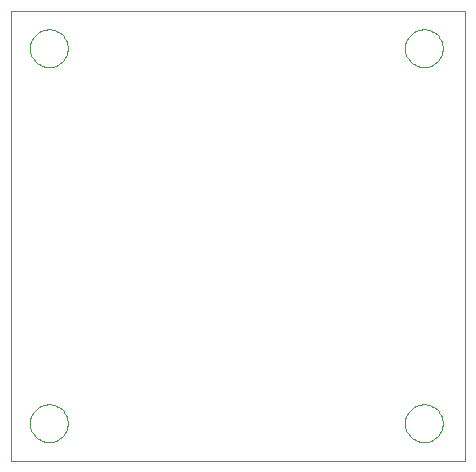
<source format=gtp>
G75*
G70*
%OFA0B0*%
%FSLAX24Y24*%
%IPPOS*%
%LPD*%
%AMOC8*
5,1,8,0,0,1.08239X$1,22.5*
%
%ADD10C,0.0000*%
D10*
X000100Y000100D02*
X000100Y015100D01*
X000100Y015096D02*
X015220Y015096D01*
X015220Y000100D01*
X000100Y000100D01*
X000720Y001350D02*
X000722Y001400D01*
X000728Y001450D01*
X000738Y001499D01*
X000752Y001547D01*
X000769Y001594D01*
X000790Y001639D01*
X000815Y001683D01*
X000843Y001724D01*
X000875Y001763D01*
X000909Y001800D01*
X000946Y001834D01*
X000986Y001864D01*
X001028Y001891D01*
X001072Y001915D01*
X001118Y001936D01*
X001165Y001952D01*
X001213Y001965D01*
X001263Y001974D01*
X001312Y001979D01*
X001363Y001980D01*
X001413Y001977D01*
X001462Y001970D01*
X001511Y001959D01*
X001559Y001944D01*
X001605Y001926D01*
X001650Y001904D01*
X001693Y001878D01*
X001734Y001849D01*
X001773Y001817D01*
X001809Y001782D01*
X001841Y001744D01*
X001871Y001704D01*
X001898Y001661D01*
X001921Y001617D01*
X001940Y001571D01*
X001956Y001523D01*
X001968Y001474D01*
X001976Y001425D01*
X001980Y001375D01*
X001980Y001325D01*
X001976Y001275D01*
X001968Y001226D01*
X001956Y001177D01*
X001940Y001129D01*
X001921Y001083D01*
X001898Y001039D01*
X001871Y000996D01*
X001841Y000956D01*
X001809Y000918D01*
X001773Y000883D01*
X001734Y000851D01*
X001693Y000822D01*
X001650Y000796D01*
X001605Y000774D01*
X001559Y000756D01*
X001511Y000741D01*
X001462Y000730D01*
X001413Y000723D01*
X001363Y000720D01*
X001312Y000721D01*
X001263Y000726D01*
X001213Y000735D01*
X001165Y000748D01*
X001118Y000764D01*
X001072Y000785D01*
X001028Y000809D01*
X000986Y000836D01*
X000946Y000866D01*
X000909Y000900D01*
X000875Y000937D01*
X000843Y000976D01*
X000815Y001017D01*
X000790Y001061D01*
X000769Y001106D01*
X000752Y001153D01*
X000738Y001201D01*
X000728Y001250D01*
X000722Y001300D01*
X000720Y001350D01*
X000720Y013850D02*
X000722Y013900D01*
X000728Y013950D01*
X000738Y013999D01*
X000752Y014047D01*
X000769Y014094D01*
X000790Y014139D01*
X000815Y014183D01*
X000843Y014224D01*
X000875Y014263D01*
X000909Y014300D01*
X000946Y014334D01*
X000986Y014364D01*
X001028Y014391D01*
X001072Y014415D01*
X001118Y014436D01*
X001165Y014452D01*
X001213Y014465D01*
X001263Y014474D01*
X001312Y014479D01*
X001363Y014480D01*
X001413Y014477D01*
X001462Y014470D01*
X001511Y014459D01*
X001559Y014444D01*
X001605Y014426D01*
X001650Y014404D01*
X001693Y014378D01*
X001734Y014349D01*
X001773Y014317D01*
X001809Y014282D01*
X001841Y014244D01*
X001871Y014204D01*
X001898Y014161D01*
X001921Y014117D01*
X001940Y014071D01*
X001956Y014023D01*
X001968Y013974D01*
X001976Y013925D01*
X001980Y013875D01*
X001980Y013825D01*
X001976Y013775D01*
X001968Y013726D01*
X001956Y013677D01*
X001940Y013629D01*
X001921Y013583D01*
X001898Y013539D01*
X001871Y013496D01*
X001841Y013456D01*
X001809Y013418D01*
X001773Y013383D01*
X001734Y013351D01*
X001693Y013322D01*
X001650Y013296D01*
X001605Y013274D01*
X001559Y013256D01*
X001511Y013241D01*
X001462Y013230D01*
X001413Y013223D01*
X001363Y013220D01*
X001312Y013221D01*
X001263Y013226D01*
X001213Y013235D01*
X001165Y013248D01*
X001118Y013264D01*
X001072Y013285D01*
X001028Y013309D01*
X000986Y013336D01*
X000946Y013366D01*
X000909Y013400D01*
X000875Y013437D01*
X000843Y013476D01*
X000815Y013517D01*
X000790Y013561D01*
X000769Y013606D01*
X000752Y013653D01*
X000738Y013701D01*
X000728Y013750D01*
X000722Y013800D01*
X000720Y013850D01*
X013220Y013850D02*
X013222Y013900D01*
X013228Y013950D01*
X013238Y013999D01*
X013252Y014047D01*
X013269Y014094D01*
X013290Y014139D01*
X013315Y014183D01*
X013343Y014224D01*
X013375Y014263D01*
X013409Y014300D01*
X013446Y014334D01*
X013486Y014364D01*
X013528Y014391D01*
X013572Y014415D01*
X013618Y014436D01*
X013665Y014452D01*
X013713Y014465D01*
X013763Y014474D01*
X013812Y014479D01*
X013863Y014480D01*
X013913Y014477D01*
X013962Y014470D01*
X014011Y014459D01*
X014059Y014444D01*
X014105Y014426D01*
X014150Y014404D01*
X014193Y014378D01*
X014234Y014349D01*
X014273Y014317D01*
X014309Y014282D01*
X014341Y014244D01*
X014371Y014204D01*
X014398Y014161D01*
X014421Y014117D01*
X014440Y014071D01*
X014456Y014023D01*
X014468Y013974D01*
X014476Y013925D01*
X014480Y013875D01*
X014480Y013825D01*
X014476Y013775D01*
X014468Y013726D01*
X014456Y013677D01*
X014440Y013629D01*
X014421Y013583D01*
X014398Y013539D01*
X014371Y013496D01*
X014341Y013456D01*
X014309Y013418D01*
X014273Y013383D01*
X014234Y013351D01*
X014193Y013322D01*
X014150Y013296D01*
X014105Y013274D01*
X014059Y013256D01*
X014011Y013241D01*
X013962Y013230D01*
X013913Y013223D01*
X013863Y013220D01*
X013812Y013221D01*
X013763Y013226D01*
X013713Y013235D01*
X013665Y013248D01*
X013618Y013264D01*
X013572Y013285D01*
X013528Y013309D01*
X013486Y013336D01*
X013446Y013366D01*
X013409Y013400D01*
X013375Y013437D01*
X013343Y013476D01*
X013315Y013517D01*
X013290Y013561D01*
X013269Y013606D01*
X013252Y013653D01*
X013238Y013701D01*
X013228Y013750D01*
X013222Y013800D01*
X013220Y013850D01*
X013220Y001350D02*
X013222Y001400D01*
X013228Y001450D01*
X013238Y001499D01*
X013252Y001547D01*
X013269Y001594D01*
X013290Y001639D01*
X013315Y001683D01*
X013343Y001724D01*
X013375Y001763D01*
X013409Y001800D01*
X013446Y001834D01*
X013486Y001864D01*
X013528Y001891D01*
X013572Y001915D01*
X013618Y001936D01*
X013665Y001952D01*
X013713Y001965D01*
X013763Y001974D01*
X013812Y001979D01*
X013863Y001980D01*
X013913Y001977D01*
X013962Y001970D01*
X014011Y001959D01*
X014059Y001944D01*
X014105Y001926D01*
X014150Y001904D01*
X014193Y001878D01*
X014234Y001849D01*
X014273Y001817D01*
X014309Y001782D01*
X014341Y001744D01*
X014371Y001704D01*
X014398Y001661D01*
X014421Y001617D01*
X014440Y001571D01*
X014456Y001523D01*
X014468Y001474D01*
X014476Y001425D01*
X014480Y001375D01*
X014480Y001325D01*
X014476Y001275D01*
X014468Y001226D01*
X014456Y001177D01*
X014440Y001129D01*
X014421Y001083D01*
X014398Y001039D01*
X014371Y000996D01*
X014341Y000956D01*
X014309Y000918D01*
X014273Y000883D01*
X014234Y000851D01*
X014193Y000822D01*
X014150Y000796D01*
X014105Y000774D01*
X014059Y000756D01*
X014011Y000741D01*
X013962Y000730D01*
X013913Y000723D01*
X013863Y000720D01*
X013812Y000721D01*
X013763Y000726D01*
X013713Y000735D01*
X013665Y000748D01*
X013618Y000764D01*
X013572Y000785D01*
X013528Y000809D01*
X013486Y000836D01*
X013446Y000866D01*
X013409Y000900D01*
X013375Y000937D01*
X013343Y000976D01*
X013315Y001017D01*
X013290Y001061D01*
X013269Y001106D01*
X013252Y001153D01*
X013238Y001201D01*
X013228Y001250D01*
X013222Y001300D01*
X013220Y001350D01*
M02*

</source>
